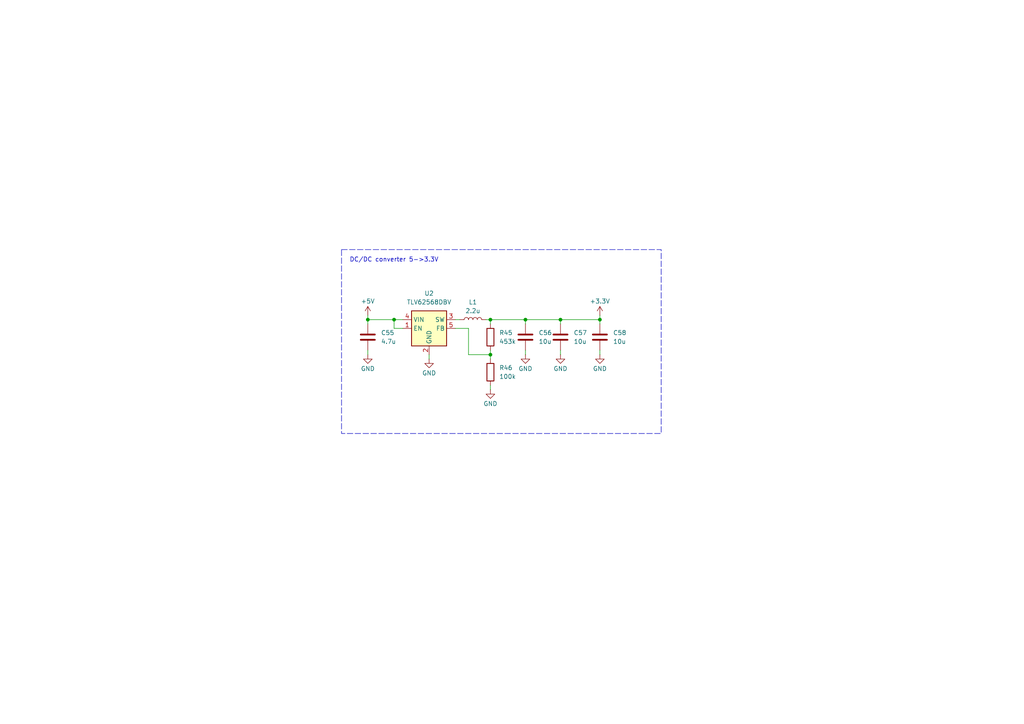
<source format=kicad_sch>
(kicad_sch (version 20250114) (generator "eeschema") (generator_version "9.0")
  (paper "A4")
  (title_block (title "Numpad") (date "2025-10-28") (rev "v2.0") (company "Szymon Wąchała"))
  (lib_symbols
    (symbol "Device:C" (pin_numbers (hide yes)) (pin_names (offset 0.254))
      (property "Reference" "C" (at 0.635 2.54 0))
      (property "Value" "C" (at 0.635 -2.54 0))
      (symbol "C_0_1"
        (polyline (pts (xy -2.032 0.762) (xy 2.032 0.762)) (stroke (width 0.508)))
        (polyline (pts (xy -2.032 -0.762) (xy 2.032 -0.762)) (stroke (width 0.508)))
      )
      (symbol "C_1_1"
        (pin passive line (at 0 3.81 270) (length 2.794) (name "~") (number "1"))
        (pin passive line (at 0 -3.81 90) (length 2.794) (name "~") (number "2"))
      )
    )
    (symbol "Device:L" (pin_numbers (hide yes)) (pin_names (offset 1.016) (hide yes))
      (property "Reference" "L" (at -1.27 0 90))
      (property "Value" "L" (at 1.905 0 90))
      (symbol "L_0_1"
        (arc (start 0 2.54) (mid 0.6323 1.905) (end 0 1.27))
        (arc (start 0 1.27) (mid 0.6323 0.635) (end 0 0))
        (arc (start 0 0) (mid 0.6323 -0.635) (end 0 -1.27))
        (arc (start 0 -1.27) (mid 0.6323 -1.905) (end 0 -2.54))
      )
      (symbol "L_1_1"
        (pin passive line (at 0 3.81 270) (length 1.27) (name "1") (number "1"))
        (pin passive line (at 0 -3.81 90) (length 1.27) (name "2") (number "2"))
      )
    )
    (symbol "Device:R" (pin_numbers (hide yes)) (pin_names (offset 0))
      (property "Reference" "R" (at 2.032 0 90))
      (property "Value" "R" (at 0 0 90))
      (symbol "R_0_1"
        (rectangle (start -1.016 -2.54) (end 1.016 2.54) (stroke (width 0.254)))
      )
      (symbol "R_1_1"
        (pin passive line (at 0 3.81 270) (length 1.27) (name "~") (number "1"))
        (pin passive line (at 0 -3.81 90) (length 1.27) (name "~") (number "2"))
      )
    )
    (symbol "Regulator_Switching:TLV62568DBV"
      (property "Reference" "U" (at -5.08 6.35 0))
      (property "Value" "TLV62568DBV" (at 0 6.35 0))
      (symbol "TLV62568DBV_0_1"
        (rectangle (start -5.08 5.08) (end 5.08 -5.08) (stroke (width 0.254)) (fill (type background)))
      )
      (symbol "TLV62568DBV_1_1"
        (pin power_in line (at -7.62 2.54 0) (length 2.54) (name "VIN") (number "4"))
        (pin input line (at -7.62 0 0) (length 2.54) (name "EN") (number "1"))
        (pin power_in line (at 0 -7.62 90) (length 2.54) (name "GND") (number "2"))
        (pin power_out line (at 7.62 2.54 180) (length 2.54) (name "SW") (number "3"))
        (pin input line (at 7.62 0 180) (length 2.54) (name "FB") (number "5"))
      )
    )
    (symbol "power:GND" (power) (pin_numbers (hide yes)) (pin_names (offset 0) (hide yes))
      (property "Value" "GND" (at 0 -3.81 0))
      (symbol "GND_0_1"
        (polyline (pts (xy 0 0) (xy 0 -1.27) (xy 1.27 -1.27) (xy 0 -2.54) (xy -1.27 -1.27) (xy 0 -1.27)))
      )
      (symbol "GND_1_1"
        (pin power_in line (at 0 0 270) (length 0) (name "~") (number "1"))
      )
    )
    (symbol "power:VCC" (power) (pin_numbers (hide yes)) (pin_names (offset 0) (hide yes))
      (property "Value" "VCC" (at 0 3.556 0))
      (symbol "VCC_0_1"
        (polyline (pts (xy -0.762 1.27) (xy 0 2.54)))
        (polyline (pts (xy 0 2.54) (xy 0.762 1.27)))
        (polyline (pts (xy 0 0) (xy 0 2.54)))
      )
      (symbol "VCC_1_1"
        (pin power_in line (at 0 0 90) (length 0) (name "~") (number "1"))
      )
    )
  )
  (rectangle (start 99.06 72.39) (end 191.77 125.73) (stroke (width 0) (type dash)))
  (text "DC/DC converter 5->3.3V" (at 114.3 75.438 0) (effects (font (size 1.27 1.27))))
  (junction (at 142.24 102.87))
  (junction (at 106.68 92.71))
  (junction (at 152.4 92.71))
  (junction (at 162.56 92.71))
  (junction (at 173.99 92.71))
  (junction (at 114.3 92.71))
  (junction (at 142.24 92.71))
  (wire (pts (xy 124.46 102.87) (xy 124.46 104.14)))
  (wire (pts (xy 142.24 111.76) (xy 142.24 113.03)))
  (wire (pts (xy 173.99 91.44) (xy 173.99 92.71)))
  (wire (pts (xy 173.99 101.6) (xy 173.99 102.87)))
  (wire (pts (xy 106.68 91.44) (xy 106.68 92.71)))
  (wire (pts (xy 116.84 95.25) (xy 114.3 95.25)))
  (wire (pts (xy 114.3 92.71) (xy 116.84 92.71)))
  (wire (pts (xy 106.68 93.98) (xy 106.68 92.71)))
  (wire (pts (xy 142.24 92.71) (xy 142.24 93.98)))
  (wire (pts (xy 140.97 92.71) (xy 142.24 92.71)))
  (wire (pts (xy 142.24 101.6) (xy 142.24 102.87)))
  (wire (pts (xy 106.68 92.71) (xy 114.3 92.71)))
  (wire (pts (xy 173.99 92.71) (xy 162.56 92.71)))
  (wire (pts (xy 132.08 95.25) (xy 135.89 95.25)))
  (wire (pts (xy 135.89 95.25) (xy 135.89 102.87)))
  (wire (pts (xy 162.56 92.71) (xy 152.4 92.71)))
  (wire (pts (xy 152.4 101.6) (xy 152.4 102.87)))
  (wire (pts (xy 114.3 95.25) (xy 114.3 92.71)))
  (wire (pts (xy 162.56 93.98) (xy 162.56 92.71)))
  (wire (pts (xy 152.4 92.71) (xy 142.24 92.71)))
  (wire (pts (xy 132.08 92.71) (xy 133.35 92.71)))
  (wire (pts (xy 173.99 93.98) (xy 173.99 92.71)))
  (wire (pts (xy 142.24 102.87) (xy 142.24 104.14)))
  (wire (pts (xy 152.4 93.98) (xy 152.4 92.71)))
  (wire (pts (xy 135.89 102.87) (xy 142.24 102.87)))
  (wire (pts (xy 106.68 101.6) (xy 106.68 102.87)))
  (wire (pts (xy 162.56 101.6) (xy 162.56 102.87)))
  (symbol (lib_id "power:GND") (at 152.4 102.87 0) (unit 1)
    (property "Reference" "#PWR0153" (effects (hide yes)))
    (property "Value" "GND" (at 152.4 106.934 0))
    (property "Description" "Power symbol creates a global label with name \"GND\" , ground" (effects (hide yes)))
  )
  (symbol (lib_id "power:GND") (at 142.24 113.03 0) (unit 1)
    (property "Reference" "#PWR0152" (effects (hide yes)))
    (property "Value" "GND" (at 142.24 117.094 0))
    (property "Description" "Power symbol creates a global label with name \"GND\" , ground" (effects (hide yes)))
  )
  (symbol (lib_id "power:VCC") (at 173.99 91.44 0) (unit 1)
    (property "Reference" "#PWR0155" (effects (hide yes)))
    (property "Value" "+3.3V" (at 173.99 87.376 0))
    (property "Description" "Power symbol creates a global label with name \"VCC\"" (effects (hide yes)))
  )
  (symbol (lib_id "Device:L") (at 137.16 92.71 90) (unit 1)
    (property "Reference" "L1" (at 137.16 87.63 90))
    (property "Value" "2.2u" (at 137.16 90.17 90))
    (property "Footprint" "Inductor_SMD:L_Ferrocore_DLG-0504" (effects (hide yes)))
    (property "Description" "Inductor" (effects (hide yes)))
  )
  (symbol (lib_id "Device:C") (at 106.68 97.79 180) (unit 1)
    (property "Reference" "C55" (at 110.49 96.5199 0) (effects (justify right)))
    (property "Value" "4.7u" (at 110.49 99.0599 0) (effects (justify right)))
    (property "Footprint" "Capacitor_SMD:C_0805_2012Metric" (effects (hide yes)))
    (property "Description" "Unpolarized capacitor" (effects (hide yes)))
  )
  (symbol (lib_id "power:GND") (at 162.56 102.87 0) (unit 1)
    (property "Reference" "#PWR0154" (effects (hide yes)))
    (property "Value" "GND" (at 162.56 106.934 0))
    (property "Description" "Power symbol creates a global label with name \"GND\" , ground" (effects (hide yes)))
  )
  (symbol (lib_id "power:GND") (at 173.99 102.87 0) (unit 1)
    (property "Reference" "#PWR0156" (effects (hide yes)))
    (property "Value" "GND" (at 173.99 106.934 0))
    (property "Description" "Power symbol creates a global label with name \"GND\" , ground" (effects (hide yes)))
  )
  (symbol (lib_id "Device:C") (at 162.56 97.79 180) (unit 1)
    (property "Reference" "C57" (at 166.37 96.5199 0) (effects (justify right)))
    (property "Value" "10u" (at 166.37 99.0599 0) (effects (justify right)))
    (property "Footprint" "Capacitor_SMD:C_0805_2012Metric" (effects (hide yes)))
    (property "Description" "Unpolarized capacitor" (effects (hide yes)))
  )
  (symbol (lib_id "Device:C") (at 173.99 97.79 180) (unit 1)
    (property "Reference" "C58" (at 177.8 96.5199 0) (effects (justify right)))
    (property "Value" "10u" (at 177.8 99.0599 0) (effects (justify right)))
    (property "Footprint" "Capacitor_SMD:C_0805_2012Metric" (effects (hide yes)))
    (property "Description" "Unpolarized capacitor" (effects (hide yes)))
  )
  (symbol (lib_id "Device:R") (at 142.24 107.95 0) (unit 1)
    (property "Reference" "R46" (at 144.78 106.6799 0) (effects (justify left)))
    (property "Value" "100k" (at 144.78 109.2199 0) (effects (justify left)))
    (property "Footprint" "Resistor_SMD:R_0603_1608Metric" (effects (hide yes)))
    (property "Description" "Resistor" (effects (hide yes)))
  )
  (symbol (lib_id "Regulator_Switching:TLV62568DBV") (at 124.46 95.25 0) (unit 1)
    (property "Reference" "U2" (at 124.46 85.09 0))
    (property "Value" "TLV62568DBV" (at 124.46 87.63 0))
    (property "Footprint" "Package_TO_SOT_SMD:SOT-23-5" (effects (hide yes)))
    (property "Datasheet" "http://www.ti.com/lit/ds/symlink/tlv62568.pdf" (effects (hide yes)))
    (property "Description" "High Efficiency Synchronous Buck Converter, Adjustable Output 0.6V-5.5V, 1A, SOT-23-5" (effects (hide yes)))
  )
  (symbol (lib_id "power:GND") (at 124.46 104.14 0) (unit 1)
    (property "Reference" "#PWR0151" (effects (hide yes)))
    (property "Value" "GND" (at 124.46 108.204 0))
    (property "Description" "Power symbol creates a global label with name \"GND\" , ground" (effects (hide yes)))
  )
  (symbol (lib_id "Device:R") (at 142.24 97.79 0) (unit 1)
    (property "Reference" "R45" (at 144.78 96.5199 0) (effects (justify left)))
    (property "Value" "453k" (at 144.78 99.0599 0) (effects (justify left)))
    (property "Footprint" "Resistor_SMD:R_0603_1608Metric" (effects (hide yes)))
    (property "Description" "Resistor" (effects (hide yes)))
  )
  (symbol (lib_id "Device:C") (at 152.4 97.79 180) (unit 1)
    (property "Reference" "C56" (at 156.21 96.5199 0) (effects (justify right)))
    (property "Value" "10u" (at 156.21 99.0599 0) (effects (justify right)))
    (property "Footprint" "Capacitor_SMD:C_0805_2012Metric" (effects (hide yes)))
    (property "Description" "Unpolarized capacitor" (effects (hide yes)))
  )
  (symbol (lib_id "power:VCC") (at 106.68 91.44 0) (unit 1)
    (property "Reference" "#PWR0149" (effects (hide yes)))
    (property "Value" "+5V" (at 106.68 87.376 0))
    (property "Description" "Power symbol creates a global label with name \"VCC\"" (effects (hide yes)))
  )
  (symbol (lib_id "power:GND") (at 106.68 102.87 0) (unit 1)
    (property "Reference" "#PWR0150" (effects (hide yes)))
    (property "Value" "GND" (at 106.68 106.934 0))
    (property "Description" "Power symbol creates a global label with name \"GND\" , ground" (effects (hide yes)))
  )
)
</source>
